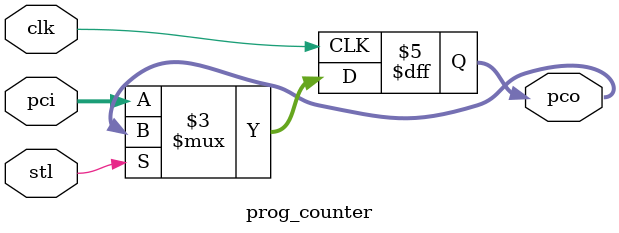
<source format=v>
`timescale 1ns / 1ps
module prog_counter(pci,pco,clk,stl);
input [31:0]pci;
input clk,stl;
output reg [31:0]pco;

always@ (posedge clk)
    begin
        if (stl != 1'b1) begin
            pco <= pci;
        end
    end
endmodule

</source>
